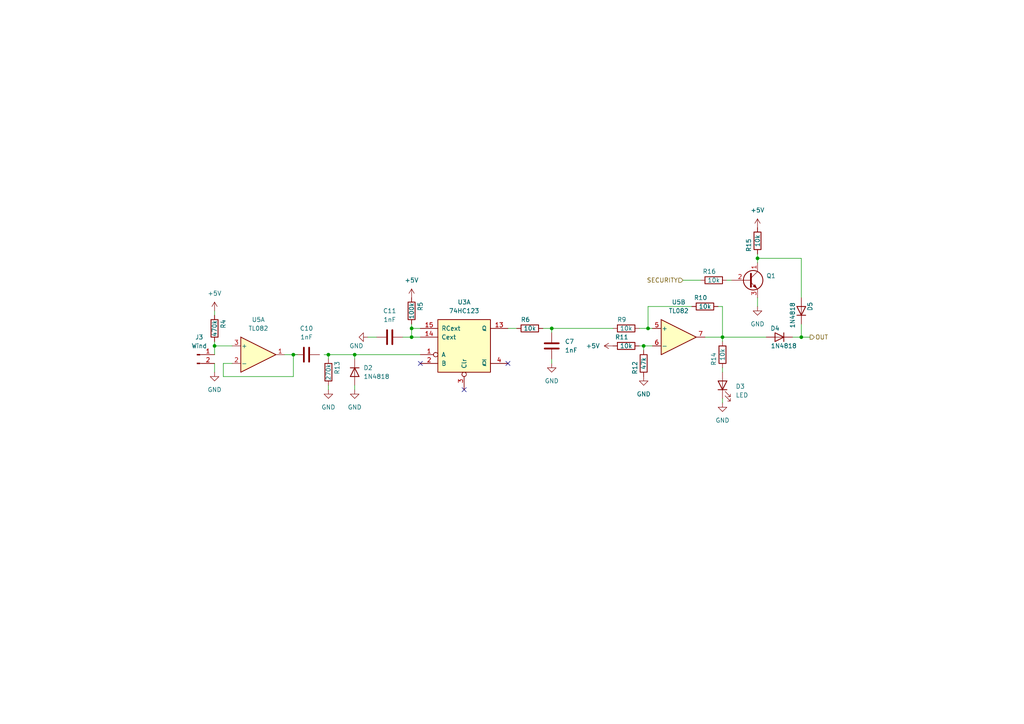
<source format=kicad_sch>
(kicad_sch (version 20230121) (generator eeschema)
  (paper "A4")
  (lib_symbols
    (symbol "74xx:74HC123" (pin_names (offset 1.016))
      (property "Reference" "U" (at -7.62 8.89 0))
      (property "Value" "74HC123" (at -7.62 -8.89 0))
      (symbol "74HC123_1_0"
        (pin input inverted (at -12.7 -2.54 0) (length 5.08) (name "A") (number "1"))
        (pin output line (at 12.7 5.08 180) (length 5.08) (name "Q") (number "13"))
        (pin input line (at -12.7 2.54 0) (length 5.08) (name "Cext") (number "14"))
        (pin input line (at -12.7 5.08 0) (length 5.08) (name "RCext") (number "15"))
        (pin input line (at -12.7 -5.08 0) (length 5.08) (name "B") (number "2"))
        (pin input inverted (at 0 -12.7 90) (length 5.08) (name "Clr") (number "3"))
        (pin output line (at 12.7 -5.08 180) (length 5.08) (name "~{Q}") (number "4"))
      )
      (symbol "74HC123_1_1"
        (rectangle (start -7.62 7.62) (end 7.62 -7.62) (stroke (width 0.254)) (fill (type background)))
      )
      (symbol "74HC123_2_0"
        (pin input line (at -12.7 -5.08 0) (length 5.08) (name "B") (number "10"))
        (pin input inverted (at 0 -12.7 90) (length 5.08) (name "Clr") (number "11"))
        (pin output line (at 12.7 -5.08 180) (length 5.08) (name "~{Q}") (number "12"))
        (pin output line (at 12.7 5.08 180) (length 5.08) (name "Q") (number "5"))
        (pin input line (at -12.7 2.54 0) (length 5.08) (name "Cext") (number "6"))
        (pin input line (at -12.7 5.08 0) (length 5.08) (name "RCext") (number "7"))
        (pin input inverted (at -12.7 -2.54 0) (length 5.08) (name "A") (number "9"))
      )
      (symbol "74HC123_2_1"
        (rectangle (start -7.62 7.62) (end 7.62 -7.62) (stroke (width 0.254)) (fill (type background)))
      )
      (symbol "74HC123_3_0"
        (pin power_in line (at 0 12.7 270) (length 5.08) (name "VCC") (number "16"))
        (pin power_in line (at 0 -12.7 90) (length 5.08) (name "GND") (number "8"))
      )
      (symbol "74HC123_3_1"
        (rectangle (start -5.08 7.62) (end 5.08 -7.62) (stroke (width 0.254)) (fill (type background)))
      )
    )
    (symbol "Amplifier_Operational:TL082" (pin_names (offset 0.127))
      (property "Reference" "U" (at 0 5.08 0))
      (property "Value" "TL082" (at 0 -5.08 0))
      (symbol "TL082_1_1"
        (polyline (pts (xy -5.08 5.08) (xy 5.08 0) (xy -5.08 -5.08) (xy -5.08 5.08)) (stroke (width 0.254)) (fill (type background)))
        (pin output line (at 7.62 0 180) (length 2.54) (name "~") (number "1"))
        (pin input line (at -7.62 -2.54 0) (length 2.54) (name "-") (number "2"))
        (pin input line (at -7.62 2.54 0) (length 2.54) (name "+") (number "3"))
      )
      (symbol "TL082_2_1"
        (polyline (pts (xy -5.08 5.08) (xy 5.08 0) (xy -5.08 -5.08) (xy -5.08 5.08)) (stroke (width 0.254)) (fill (type background)))
        (pin input line (at -7.62 2.54 0) (length 2.54) (name "+") (number "5"))
        (pin input line (at -7.62 -2.54 0) (length 2.54) (name "-") (number "6"))
        (pin output line (at 7.62 0 180) (length 2.54) (name "~") (number "7"))
      )
      (symbol "TL082_3_1"
        (pin power_in line (at -2.54 -7.62 90) (length 3.81) (name "V-") (number "4"))
        (pin power_in line (at -2.54 7.62 270) (length 3.81) (name "V+") (number "8"))
      )
    )
    (symbol "Connector:Conn_01x02_Pin" (pin_names (offset 1.016) hide)
      (property "Reference" "J" (at 0 2.54 0))
      (property "Value" "Conn_01x02_Pin" (at 0 -5.08 0))
      (symbol "Conn_01x02_Pin_1_1"
        (polyline (pts (xy 1.27 -2.54) (xy 0.8636 -2.54)) (stroke (width 0.1524)))
        (polyline (pts (xy 1.27 0) (xy 0.8636 0)) (stroke (width 0.1524)))
        (rectangle (start 0.8636 -2.413) (end 0 -2.667) (stroke (width 0.1524)) (fill (type outline)))
        (rectangle (start 0.8636 0.127) (end 0 -0.127) (stroke (width 0.1524)) (fill (type outline)))
        (pin passive line (at 5.08 0 180) (length 3.81) (name "Pin_1") (number "1"))
        (pin passive line (at 5.08 -2.54 180) (length 3.81) (name "Pin_2") (number "2"))
      )
    )
    (symbol "Device:C" (pin_numbers hide) (pin_names (offset 0.254))
      (property "Reference" "C" (at 0.635 2.54 0))
      (property "Value" "C" (at 0.635 -2.54 0))
      (symbol "C_0_1"
        (polyline (pts (xy -2.032 -0.762) (xy 2.032 -0.762)) (stroke (width 0.508)))
        (polyline (pts (xy -2.032 0.762) (xy 2.032 0.762)) (stroke (width 0.508)))
      )
      (symbol "C_1_1"
        (pin passive line (at 0 3.81 270) (length 2.794) (name "~") (number "1"))
        (pin passive line (at 0 -3.81 90) (length 2.794) (name "~") (number "2"))
      )
    )
    (symbol "Device:D" (pin_numbers hide) (pin_names (offset 1.016) hide)
      (property "Reference" "D" (at 0 2.54 0))
      (property "Value" "D" (at 0 -2.54 0))
      (symbol "D_0_1"
        (polyline (pts (xy -1.27 1.27) (xy -1.27 -1.27)) (stroke (width 0.254)))
        (polyline (pts (xy 1.27 0) (xy -1.27 0)))
        (polyline (pts (xy 1.27 1.27) (xy 1.27 -1.27) (xy -1.27 0) (xy 1.27 1.27)) (stroke (width 0.254)))
      )
      (symbol "D_1_1"
        (pin passive line (at -3.81 0 0) (length 2.54) (name "K") (number "1"))
        (pin passive line (at 3.81 0 180) (length 2.54) (name "A") (number "2"))
      )
    )
    (symbol "Device:LED" (pin_numbers hide) (pin_names (offset 1.016) hide)
      (property "Reference" "D" (at 0 2.54 0))
      (property "Value" "LED" (at 0 -2.54 0))
      (symbol "LED_0_1"
        (polyline (pts (xy -1.27 -1.27) (xy -1.27 1.27)) (stroke (width 0.254)))
        (polyline (pts (xy -1.27 0) (xy 1.27 0)))
        (polyline (pts (xy 1.27 -1.27) (xy 1.27 1.27) (xy -1.27 0) (xy 1.27 -1.27)) (stroke (width 0.254)))
        (polyline (pts (xy -3.048 -0.762) (xy -4.572 -2.286) (xy -3.81 -2.286) (xy -4.572 -2.286) (xy -4.572 -1.524)))
        (polyline (pts (xy -1.778 -0.762) (xy -3.302 -2.286) (xy -2.54 -2.286) (xy -3.302 -2.286) (xy -3.302 -1.524)))
      )
      (symbol "LED_1_1"
        (pin passive line (at -3.81 0 0) (length 2.54) (name "K") (number "1"))
        (pin passive line (at 3.81 0 180) (length 2.54) (name "A") (number "2"))
      )
    )
    (symbol "Device:R" (pin_numbers hide) (pin_names (offset 0))
      (property "Reference" "R" (at 2.032 0 90))
      (property "Value" "R" (at 0 0 90))
      (symbol "R_0_1"
        (rectangle (start -1.016 -2.54) (end 1.016 2.54) (stroke (width 0.254)))
      )
      (symbol "R_1_1"
        (pin passive line (at 0 3.81 270) (length 1.27) (name "~") (number "1"))
        (pin passive line (at 0 -3.81 90) (length 1.27) (name "~") (number "2"))
      )
    )
    (symbol "Transistor_BJT:BC337" (pin_names (offset 0) hide)
      (property "Reference" "Q" (at 5.08 1.905 0))
      (property "Value" "BC337" (at 5.08 0 0))
      (symbol "BC337_0_1"
        (polyline (pts (xy 0 0) (xy 0.635 0)))
        (polyline (pts (xy 0.635 0.635) (xy 2.54 2.54)))
        (polyline (pts (xy 0.635 -0.635) (xy 2.54 -2.54) (xy 2.54 -2.54)))
        (polyline (pts (xy 0.635 1.905) (xy 0.635 -1.905) (xy 0.635 -1.905)) (stroke (width 0.508)))
        (polyline (pts (xy 1.27 -1.778) (xy 1.778 -1.27) (xy 2.286 -2.286) (xy 1.27 -1.778) (xy 1.27 -1.778)) (fill (type outline)))
        (circle (center 1.27 0) (radius 2.8194) (stroke (width 0.254)))
      )
      (symbol "BC337_1_1"
        (pin passive line (at 2.54 5.08 270) (length 2.54) (name "C") (number "1"))
        (pin input line (at -5.08 0 0) (length 5.08) (name "B") (number "2"))
        (pin passive line (at 2.54 -5.08 90) (length 2.54) (name "E") (number "3"))
      )
    )
    (symbol "power:+5V" (power) (pin_names (offset 0))
      (property "Value" "+5V" (at 0 3.556 0))
      (symbol "+5V_0_1"
        (polyline (pts (xy -0.762 1.27) (xy 0 2.54)))
        (polyline (pts (xy 0 0) (xy 0 2.54)))
        (polyline (pts (xy 0 2.54) (xy 0.762 1.27)))
      )
      (symbol "+5V_1_1"
        (pin power_in line (at 0 0 90) (length 0) hide (name "+5V") (number "1"))
      )
    )
    (symbol "power:GND" (power) (pin_names (offset 0))
      (property "Value" "GND" (at 0 -3.81 0))
      (symbol "GND_0_1"
        (polyline (pts (xy 0 0) (xy 0 -1.27) (xy 1.27 -1.27) (xy 0 -2.54) (xy -1.27 -1.27) (xy 0 -1.27)))
      )
      (symbol "GND_1_1"
        (pin power_in line (at 0 0 270) (length 0) hide (name "GND") (number "1"))
      )
    )
  )
  (junction (at 232.41 97.79))
  (junction (at 95.25 102.87))
  (junction (at 102.87 102.87))
  (junction (at 219.71 74.93))
  (junction (at 62.23 100.33))
  (junction (at 187.96 95.25))
  (junction (at 186.69 100.33))
  (junction (at 119.38 97.79))
  (junction (at 119.38 95.25))
  (junction (at 85.09 102.87))
  (junction (at 209.55 97.79))
  (junction (at 160.02 95.25))
  (no_connect (at 147.32 105.41))
  (no_connect (at 121.92 105.41))
  (no_connect (at 134.62 113.03))
  (wire (pts (xy 229.87 97.79) (xy 232.41 97.79)))
  (wire (pts (xy 209.55 88.9) (xy 209.55 97.79)))
  (wire (pts (xy 204.47 97.79) (xy 209.55 97.79)))
  (wire (pts (xy 102.87 102.87) (xy 102.87 104.14)))
  (wire (pts (xy 119.38 97.79) (xy 121.92 97.79)))
  (wire (pts (xy 82.55 102.87) (xy 85.09 102.87)))
  (wire (pts (xy 95.25 102.87) (xy 95.25 104.14)))
  (wire (pts (xy 116.84 97.79) (xy 119.38 97.79)))
  (wire (pts (xy 160.02 95.25) (xy 177.8 95.25)))
  (wire (pts (xy 160.02 95.25) (xy 160.02 96.52)))
  (wire (pts (xy 102.87 102.87) (xy 121.92 102.87)))
  (wire (pts (xy 85.09 102.87) (xy 86.36 102.87)))
  (wire (pts (xy 95.25 111.76) (xy 95.25 113.03)))
  (wire (pts (xy 64.77 105.41) (xy 64.77 109.22)))
  (wire (pts (xy 67.31 105.41) (xy 64.77 105.41)))
  (wire (pts (xy 232.41 97.79) (xy 234.95 97.79)))
  (wire (pts (xy 209.55 115.57) (xy 209.55 116.84)))
  (wire (pts (xy 232.41 86.36) (xy 232.41 74.93)))
  (wire (pts (xy 62.23 100.33) (xy 62.23 102.87)))
  (wire (pts (xy 119.38 93.98) (xy 119.38 95.25)))
  (wire (pts (xy 209.55 97.79) (xy 209.55 99.06)))
  (wire (pts (xy 209.55 97.79) (xy 222.25 97.79)))
  (wire (pts (xy 185.42 95.25) (xy 187.96 95.25)))
  (wire (pts (xy 62.23 99.06) (xy 62.23 100.33)))
  (wire (pts (xy 147.32 95.25) (xy 149.86 95.25)))
  (wire (pts (xy 210.82 81.28) (xy 212.09 81.28)))
  (wire (pts (xy 186.69 100.33) (xy 189.23 100.33)))
  (wire (pts (xy 121.92 95.25) (xy 119.38 95.25)))
  (wire (pts (xy 185.42 100.33) (xy 186.69 100.33)))
  (wire (pts (xy 85.09 109.22) (xy 85.09 102.87)))
  (wire (pts (xy 219.71 73.66) (xy 219.71 74.93)))
  (wire (pts (xy 219.71 74.93) (xy 219.71 76.2)))
  (wire (pts (xy 219.71 86.36) (xy 219.71 88.9)))
  (wire (pts (xy 208.28 88.9) (xy 209.55 88.9)))
  (wire (pts (xy 95.25 102.87) (xy 102.87 102.87)))
  (wire (pts (xy 187.96 88.9) (xy 187.96 95.25)))
  (wire (pts (xy 186.69 100.33) (xy 186.69 101.6)))
  (wire (pts (xy 187.96 95.25) (xy 189.23 95.25)))
  (wire (pts (xy 64.77 109.22) (xy 85.09 109.22)))
  (wire (pts (xy 209.55 106.68) (xy 209.55 107.95)))
  (wire (pts (xy 109.22 97.79) (xy 106.68 97.79)))
  (wire (pts (xy 119.38 95.25) (xy 119.38 97.79)))
  (wire (pts (xy 62.23 100.33) (xy 67.31 100.33)))
  (wire (pts (xy 198.12 81.28) (xy 203.2 81.28)))
  (wire (pts (xy 102.87 111.76) (xy 102.87 113.03)))
  (wire (pts (xy 219.71 74.93) (xy 232.41 74.93)))
  (wire (pts (xy 62.23 105.41) (xy 62.23 107.95)))
  (wire (pts (xy 93.98 102.87) (xy 95.25 102.87)))
  (wire (pts (xy 232.41 93.98) (xy 232.41 97.79)))
  (wire (pts (xy 160.02 104.14) (xy 160.02 105.41)))
  (wire (pts (xy 157.48 95.25) (xy 160.02 95.25)))
  (wire (pts (xy 187.96 88.9) (xy 200.66 88.9)))
  (wire (pts (xy 62.23 90.17) (xy 62.23 91.44)))
  (hierarchical_label "OUT" (shape output) (at 234.95 97.79 0))
  (hierarchical_label "SECURITY" (shape input) (at 198.12 81.28 180))
  (symbol (lib_id "power:GND") (at 186.69 109.22 0) (unit 1)
    (property "Reference" "#PWR031" (effects hide))
    (property "Value" "GND" (at 186.69 114.3 0))
    (instances (project "Tracker" (path "" (reference "#PWR031") (unit 1)) (path "" (reference "#PWR032") (unit 1))))
  )
  (symbol (lib_id "power:GND") (at 106.68 97.79 270) (unit 1)
    (property "Reference" "#PWR020" (effects hide))
    (property "Value" "GND" (at 105.41 100.33 90) (effects (justify right)))
    (instances (project "Tracker" (path "" (reference "#PWR020") (unit 1)) (path "" (reference "#PWR022") (unit 1))))
  )
  (symbol (lib_id "Device:R") (at 219.71 69.85 180) (unit 1)
    (property "Reference" "R15" (at 217.17 71.12 90))
    (property "Value" "10k" (at 219.71 69.85 90))
    (property "Footprint" "Resistor_THT:R_Axial_DIN0204_L3.6mm_D1.6mm_P5.08mm_Horizontal" (effects hide))
  )
  (symbol (lib_id "Device:R") (at 181.61 95.25 90) (unit 1)
    (property "Reference" "R9" (at 180.34 92.71 90))
    (property "Value" "10k" (at 181.61 95.25 90))
    (property "Footprint" "Resistor_THT:R_Axial_DIN0204_L3.6mm_D1.6mm_P5.08mm_Horizontal" (effects hide))
    (instances (project "Tracker" (path "" (reference "R9") (unit 1)) (path "" (reference "R10") (unit 1))))
  )
  (symbol (lib_id "Device:C") (at 113.03 97.79 90) (unit 1)
    (property "Reference" "C11" (at 113.03 90.17 90))
    (property "Value" "1nF" (at 113.03 92.71 90))
    (property "Footprint" "Capacitor_THT:C_Rect_L7.0mm_W2.0mm_P5.00mm" (effects hide))
    (instances (project "Tracker" (path "" (reference "C11") (unit 1)) (path "" (reference "C10") (unit 1))))
  )
  (symbol (lib_id "Device:R") (at 204.47 88.9 90) (unit 1)
    (property "Reference" "R10" (at 203.2 86.36 90))
    (property "Value" "10k" (at 204.47 88.9 90))
    (property "Footprint" "Resistor_THT:R_Axial_DIN0204_L3.6mm_D1.6mm_P5.08mm_Horizontal" (effects hide))
    (instances (project "Tracker" (path "" (reference "R10") (unit 1)) (path "" (reference "R13") (unit 1))))
  )
  (symbol (lib_id "power:+5V") (at 219.71 66.04 0) (unit 1)
    (property "Reference" "#PWR038" (effects hide))
    (property "Value" "+5V" (at 219.71 60.96 0))
  )
  (symbol (lib_id "power:GND") (at 160.02 105.41 0) (unit 1)
    (property "Reference" "#PWR022" (effects hide))
    (property "Value" "GND" (at 160.02 110.49 0))
    (instances (project "Tracker" (path "" (reference "#PWR022") (unit 1)) (path "" (reference "#PWR030") (unit 1))))
  )
  (symbol (lib_id "Device:D") (at 232.41 90.17 90) (unit 1)
    (property "Reference" "D5" (at 234.95 88.9 0))
    (property "Value" "1N4818" (at 229.87 91.44 0))
    (property "Footprint" "Diode_THT:D_DO-41_SOD81_P7.62mm_Horizontal" (effects hide))
    (property "Sim.Device" "1N4818" (effects hide))
    (property "Sim.Pins" "1=K 2=A" (effects hide))
    (property "Sim.Enable" "0" (effects hide))
  )
  (symbol (lib_id "Device:R") (at 95.25 107.95 0) (unit 1)
    (property "Reference" "R13" (at 97.79 106.68 90))
    (property "Value" "270k" (at 95.25 107.95 90))
    (property "Footprint" "Resistor_THT:R_Axial_DIN0204_L3.6mm_D1.6mm_P5.08mm_Horizontal" (effects hide))
    (instances (project "Tracker" (path "" (reference "R13") (unit 1)) (path "" (reference "R5") (unit 1))))
  )
  (symbol (lib_id "Device:R") (at 181.61 100.33 90) (unit 1)
    (property "Reference" "R11" (at 180.34 97.79 90))
    (property "Value" "10k" (at 181.61 100.33 90))
    (property "Footprint" "Resistor_THT:R_Axial_DIN0204_L3.6mm_D1.6mm_P5.08mm_Horizontal" (effects hide))
  )
  (symbol (lib_id "Device:R") (at 153.67 95.25 90) (unit 1)
    (property "Reference" "R6" (at 152.4 92.71 90))
    (property "Value" "10k" (at 153.67 95.25 90))
    (property "Footprint" "Resistor_THT:R_Axial_DIN0204_L3.6mm_D1.6mm_P5.08mm_Horizontal" (effects hide))
    (instances (project "Tracker" (path "" (reference "R6") (unit 1)) (path "" (reference "R9") (unit 1))))
  )
  (symbol (lib_id "Amplifier_Operational:TL082") (at 196.85 97.79 0) (unit 2)
    (property "Reference" "U5" (at 196.85 87.63 0))
    (property "Value" "TL082" (at 196.85 90.17 0))
    (property "Footprint" "Package_DIP:DIP-8_W7.62mm" (effects hide))
    (property "Datasheet" "http://www.ti.com/lit/ds/symlink/tl081.pdf" (effects hide))
    (instances (project "Tracker" (path "" (reference "U5") (unit 2)) (path "" (reference "U4") (unit 2))))
  )
  (symbol (lib_id "Device:C") (at 88.9 102.87 90) (unit 1)
    (property "Reference" "C10" (at 88.9 95.25 90))
    (property "Value" "1nF" (at 88.9 97.79 90))
    (property "Footprint" "Capacitor_THT:C_Rect_L7.0mm_W2.0mm_P5.00mm" (effects hide))
    (instances (project "Tracker" (path "" (reference "C10") (unit 1)) (path "" (reference "C7") (unit 1))))
  )
  (symbol (lib_id "Amplifier_Operational:TL082") (at 74.93 102.87 0) (unit 1)
    (property "Reference" "U5" (at 74.93 92.71 0))
    (property "Value" "TL082" (at 74.93 95.25 0))
    (property "Footprint" "Package_DIP:DIP-8_W7.62mm" (effects hide))
    (property "Datasheet" "http://www.ti.com/lit/ds/symlink/tl081.pdf" (effects hide))
    (instances (project "Tracker" (path "" (reference "U5") (unit 1)) (path "" (reference "U4") (unit 1))))
  )
  (symbol (lib_id "power:GND") (at 102.87 113.03 0) (unit 1)
    (property "Reference" "#PWR030" (effects hide))
    (property "Value" "GND" (at 102.87 118.11 0))
    (instances (project "Tracker" (path "" (reference "#PWR030") (unit 1)) (path "" (reference "#PWR021") (unit 1))))
  )
  (symbol (lib_id "power:+5V") (at 119.38 86.36 0) (unit 1)
    (property "Reference" "#PWR021" (effects hide))
    (property "Value" "+5V" (at 119.38 81.28 0))
    (instances (project "Tracker" (path "" (reference "#PWR021") (unit 1)) (path "" (reference "#PWR029") (unit 1))))
  )
  (symbol (lib_id "power:GND") (at 62.23 107.95 0) (unit 1)
    (property "Reference" "#PWR018" (effects hide))
    (property "Value" "GND" (at 62.23 113.03 0))
  )
  (symbol (lib_id "Device:LED") (at 209.55 111.76 90) (unit 1)
    (property "Reference" "D3" (at 213.36 112.0775 90) (effects (justify right)))
    (property "Value" "LED" (at 213.36 114.6175 90) (effects (justify right)))
    (property "Footprint" "LED_THT:LED_D5.0mm" (effects hide))
  )
  (symbol (lib_id "Device:R") (at 207.01 81.28 90) (unit 1)
    (property "Reference" "R16" (at 205.74 78.74 90))
    (property "Value" "10k" (at 207.01 81.28 90))
    (property "Footprint" "Resistor_THT:R_Axial_DIN0204_L3.6mm_D1.6mm_P5.08mm_Horizontal" (effects hide))
    (instances (project "Tracker" (path "" (reference "R16") (unit 1)) (path "" (reference "R14") (unit 1))))
  )
  (symbol (lib_id "power:+5V") (at 177.8 100.33 90) (unit 1)
    (property "Reference" "#PWR032" (effects hide))
    (property "Value" "+5V" (at 173.99 100.33 90) (effects (justify left)))
    (instances (project "Tracker" (path "" (reference "#PWR032") (unit 1)) (path "" (reference "#PWR031") (unit 1))))
  )
  (symbol (lib_id "Connector:Conn_01x02_Pin") (at 57.15 102.87 0) (unit 1)
    (property "Reference" "J3" (at 57.785 97.79 0))
    (property "Value" "Wind" (at 57.785 100.33 0))
    (property "Footprint" "Connector_Molex:Molex_KK-396_A-41791-0002_1x02_P3.96mm_Vertical" (effects hide))
  )
  (symbol (lib_id "Device:C") (at 160.02 100.33 180) (unit 1)
    (property "Reference" "C7" (at 163.83 99.06 0) (effects (justify right)))
    (property "Value" "1nF" (at 163.83 101.6 0) (effects (justify right)))
    (property "Footprint" "Capacitor_THT:C_Rect_L7.0mm_W2.0mm_P5.00mm" (effects hide))
    (instances (project "Tracker" (path "" (reference "C7") (unit 1)) (path "" (reference "C11") (unit 1))))
  )
  (symbol (lib_id "Device:D") (at 102.87 107.95 270) (unit 1)
    (property "Reference" "D2" (at 105.41 106.68 90) (effects (justify left)))
    (property "Value" "1N4818" (at 105.41 109.22 90) (effects (justify left)))
    (property "Footprint" "Diode_THT:D_DO-41_SOD81_P7.62mm_Horizontal" (effects hide))
    (property "Sim.Device" "1N4818" (effects hide))
    (property "Sim.Pins" "1=K 2=A" (effects hide))
    (property "Sim.Enable" "0" (effects hide))
  )
  (symbol (lib_id "power:+5V") (at 62.23 90.17 0) (unit 1)
    (property "Reference" "#PWR017" (effects hide))
    (property "Value" "+5V" (at 62.23 85.09 0))
  )
  (symbol (lib_id "power:GND") (at 209.55 116.84 0) (unit 1)
    (property "Reference" "#PWR035" (effects hide))
    (property "Value" "GND" (at 209.55 121.92 0))
  )
  (symbol (lib_id "Device:R") (at 62.23 95.25 0) (unit 1)
    (property "Reference" "R4" (at 64.77 93.98 90))
    (property "Value" "470k" (at 62.23 95.25 90))
    (property "Footprint" "Resistor_THT:R_Axial_DIN0204_L3.6mm_D1.6mm_P5.08mm_Horizontal" (effects hide))
  )
  (symbol (lib_id "Transistor_BJT:BC337") (at 217.17 81.28 0) (unit 1)
    (property "Reference" "Q1" (at 222.25 80.01 0) (effects (justify left)))
    (property "Value" "BC337" (effects hide))
    (property "Footprint" "Package_TO_SOT_THT:TO-92_Inline" (effects hide))
    (property "Datasheet" "https://diotec.com/tl_files/diotec/files/pdf/datasheets/bc337.pdf" (effects hide))
  )
  (symbol (lib_id "Device:D") (at 226.06 97.79 180) (unit 1)
    (property "Reference" "D4" (at 224.79 95.25 0))
    (property "Value" "1N4818" (at 227.33 100.33 0))
    (property "Footprint" "Diode_THT:D_DO-41_SOD81_P7.62mm_Horizontal" (effects hide))
    (property "Sim.Device" "1N4818" (effects hide))
    (property "Sim.Pins" "1=K 2=A" (effects hide))
    (property "Sim.Enable" "0" (effects hide))
  )
  (symbol (lib_id "Device:R") (at 209.55 102.87 180) (unit 1)
    (property "Reference" "R14" (at 207.01 104.14 90))
    (property "Value" "10k" (at 209.55 102.87 90))
    (property "Footprint" "Resistor_THT:R_Axial_DIN0204_L3.6mm_D1.6mm_P5.08mm_Horizontal" (effects hide))
    (instances (project "Tracker" (path "" (reference "R14") (unit 1)) (path "" (reference "R16") (unit 1))))
  )
  (symbol (lib_id "74xx:74HC123") (at 134.62 100.33 0) (unit 1)
    (property "Reference" "U3" (at 134.62 87.63 0))
    (property "Value" "74HC123" (at 134.62 90.17 0))
    (property "Footprint" "Package_DIP:DIP-16_W7.62mm" (effects hide))
    (property "Datasheet" "https://assets.nexperia.com/documents/data-sheet/74HC_HCT123.pdf" (effects hide))
  )
  (symbol (lib_id "power:GND") (at 95.25 113.03 0) (unit 1)
    (property "Reference" "#PWR029" (effects hide))
    (property "Value" "GND" (at 95.25 118.11 0))
    (instances (project "Tracker" (path "" (reference "#PWR029") (unit 1)) (path "" (reference "#PWR020") (unit 1))))
  )
  (symbol (lib_id "Device:R") (at 119.38 90.17 0) (unit 1)
    (property "Reference" "R5" (at 121.92 88.9 90))
    (property "Value" "100k" (at 119.38 90.17 90))
    (property "Footprint" "Resistor_THT:R_Axial_DIN0204_L3.6mm_D1.6mm_P5.08mm_Horizontal" (effects hide))
    (instances (project "Tracker" (path "" (reference "R5") (unit 1)) (path "" (reference "R6") (unit 1))))
  )
  (symbol (lib_id "power:GND") (at 219.71 88.9 0) (unit 1)
    (property "Reference" "#PWR037" (effects hide))
    (property "Value" "GND" (at 219.71 93.98 0))
  )
  (symbol (lib_id "Device:R") (at 186.69 105.41 180) (unit 1)
    (property "Reference" "R12" (at 184.15 106.68 90))
    (property "Value" "47k" (at 186.69 105.41 90))
    (property "Footprint" "Resistor_THT:R_Axial_DIN0204_L3.6mm_D1.6mm_P5.08mm_Horizontal" (effects hide))
  )
)
</source>
